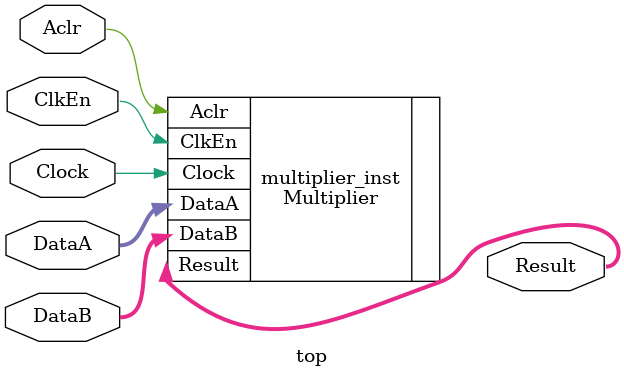
<source format=v>
module top (
    input wire Clock,
    input wire ClkEn,
    input wire Aclr,
    input wire [11:0] DataA,
    input wire [11:0] DataB,
    output wire [23:0] Result
);

    // Instantiate the Multiplier module
    Multiplier multiplier_inst (
        .Clock(Clock),
        .ClkEn(ClkEn),
        .Aclr(Aclr),
        .DataA(DataA),
        .DataB(DataB),
        .Result(Result)
    );

endmodule


</source>
